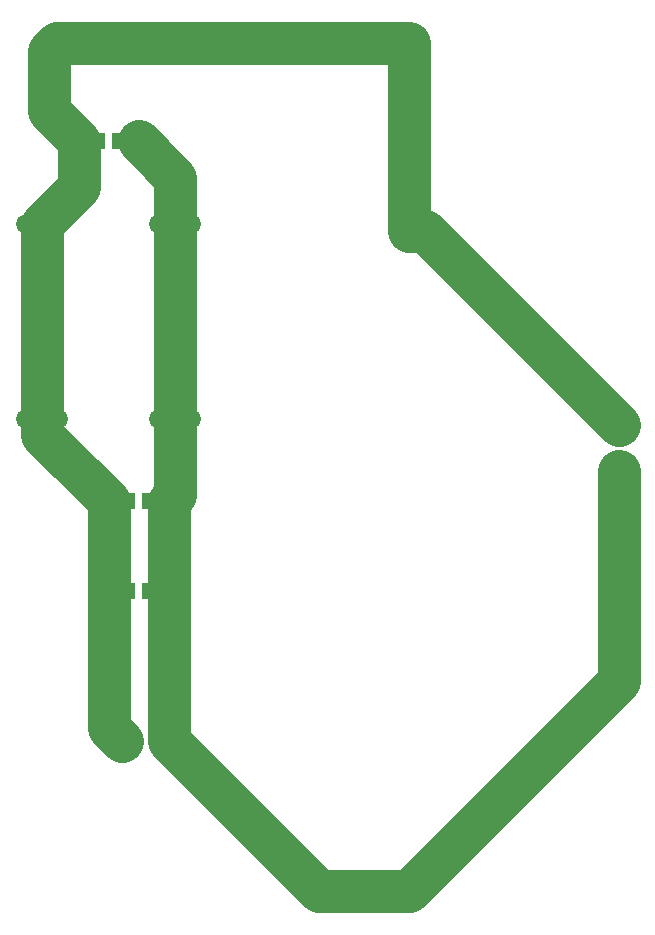
<source format=gbr>
%TF.GenerationSoftware,KiCad,Pcbnew,(6.0.8)*%
%TF.CreationDate,2022-11-04T03:53:52-06:00*%
%TF.ProjectId,CP40B,43503430-422e-46b6-9963-61645f706362,rev?*%
%TF.SameCoordinates,Original*%
%TF.FileFunction,Copper,L1,Top*%
%TF.FilePolarity,Positive*%
%FSLAX46Y46*%
G04 Gerber Fmt 4.6, Leading zero omitted, Abs format (unit mm)*
G04 Created by KiCad (PCBNEW (6.0.8)) date 2022-11-04 03:53:52*
%MOMM*%
%LPD*%
G01*
G04 APERTURE LIST*
G04 Aperture macros list*
%AMRoundRect*
0 Rectangle with rounded corners*
0 $1 Rounding radius*
0 $2 $3 $4 $5 $6 $7 $8 $9 X,Y pos of 4 corners*
0 Add a 4 corners polygon primitive as box body*
4,1,4,$2,$3,$4,$5,$6,$7,$8,$9,$2,$3,0*
0 Add four circle primitives for the rounded corners*
1,1,$1+$1,$2,$3*
1,1,$1+$1,$4,$5*
1,1,$1+$1,$6,$7*
1,1,$1+$1,$8,$9*
0 Add four rect primitives between the rounded corners*
20,1,$1+$1,$2,$3,$4,$5,0*
20,1,$1+$1,$4,$5,$6,$7,0*
20,1,$1+$1,$6,$7,$8,$9,0*
20,1,$1+$1,$8,$9,$2,$3,0*%
G04 Aperture macros list end*
%TA.AperFunction,SMDPad,CuDef*%
%ADD10O,4.450000X1.520000*%
%TD*%
%TA.AperFunction,SMDPad,CuDef*%
%ADD11R,1.100000X1.470000*%
%TD*%
%TA.AperFunction,ComponentPad*%
%ADD12R,1.500000X1.500000*%
%TD*%
%TA.AperFunction,ComponentPad*%
%ADD13C,1.500000*%
%TD*%
%TA.AperFunction,ComponentPad*%
%ADD14RoundRect,0.250001X1.099999X1.099999X-1.099999X1.099999X-1.099999X-1.099999X1.099999X-1.099999X0*%
%TD*%
%TA.AperFunction,ComponentPad*%
%ADD15C,2.700000*%
%TD*%
%TA.AperFunction,ComponentPad*%
%ADD16RoundRect,0.250001X1.099999X-1.099999X1.099999X1.099999X-1.099999X1.099999X-1.099999X-1.099999X0*%
%TD*%
%TA.AperFunction,Conductor*%
%ADD17C,3.600000*%
%TD*%
G04 APERTURE END LIST*
D10*
%TO.P,L1,1,1*%
%TO.N,Net-(C1-Pad2)*%
X163130000Y-97155000D03*
%TO.P,L1,2,2*%
X163130000Y-80645000D03*
%TO.P,L1,3,3*%
%TO.N,Net-(C1-Pad1)*%
X151830000Y-97155000D03*
%TO.P,L1,4,4*%
X151830000Y-80645000D03*
%TD*%
D11*
%TO.P,C2,1*%
%TO.N,Net-(C1-Pad1)*%
X159210000Y-111760000D03*
%TO.P,C2,2*%
%TO.N,Net-(C1-Pad2)*%
X160830000Y-111760000D03*
%TD*%
D12*
%TO.P,C4,1*%
%TO.N,Net-(C1-Pad1)*%
X182880000Y-65350000D03*
D13*
%TO.P,C4,2*%
%TO.N,Net-(C1-Pad2)*%
X182880000Y-137850000D03*
%TD*%
D14*
%TO.P,Power1,1,Pin_1*%
%TO.N,Net-(C1-Pad2)*%
X162560000Y-124460000D03*
D15*
%TO.P,Power1,2,Pin_2*%
%TO.N,Net-(C1-Pad1)*%
X158600000Y-124460000D03*
%TD*%
D16*
%TO.P,Power_Out1,1,Pin_1*%
%TO.N,Net-(C1-Pad2)*%
X200660000Y-101600000D03*
D15*
%TO.P,Power_Out1,2,Pin_2*%
%TO.N,Net-(C1-Pad1)*%
X200660000Y-97640000D03*
%TD*%
D11*
%TO.P,C3,1*%
%TO.N,Net-(C1-Pad1)*%
X159210000Y-104140000D03*
%TO.P,C3,2*%
%TO.N,Net-(C1-Pad2)*%
X160830000Y-104140000D03*
%TD*%
%TO.P,C1,1*%
%TO.N,Net-(C1-Pad1)*%
X156670000Y-73660000D03*
%TO.P,C1,2*%
%TO.N,Net-(C1-Pad2)*%
X158290000Y-73660000D03*
%TD*%
D17*
%TO.N,Net-(C1-Pad2)*%
X162560000Y-104140000D02*
X163130000Y-103570000D01*
X163130000Y-103570000D02*
X163130000Y-97155000D01*
X162560000Y-124460000D02*
X162560000Y-104140000D01*
X200660000Y-101600000D02*
X200660000Y-119380000D01*
%TO.N,Net-(C1-Pad1)*%
X184300000Y-81280000D02*
X200660000Y-97640000D01*
X182880000Y-81280000D02*
X184300000Y-81280000D01*
X157480000Y-104140000D02*
X157480000Y-123340000D01*
X151830000Y-80645000D02*
X151830000Y-97155000D01*
X152400000Y-71120000D02*
X154940000Y-73660000D01*
X154940000Y-77535000D02*
X151830000Y-80645000D01*
X152400000Y-66040000D02*
X152400000Y-71120000D01*
X154940000Y-73660000D02*
X154940000Y-77535000D01*
X151830000Y-98490000D02*
X157480000Y-104140000D01*
X182880000Y-65350000D02*
X182880000Y-81280000D01*
X182880000Y-65350000D02*
X153090000Y-65350000D01*
X153090000Y-65350000D02*
X152400000Y-66040000D01*
X157480000Y-123340000D02*
X158600000Y-124460000D01*
X151830000Y-97155000D02*
X151830000Y-98490000D01*
%TO.N,Net-(C1-Pad2)*%
X182880000Y-137160000D02*
X200660000Y-119380000D01*
X163130000Y-80645000D02*
X163130000Y-97155000D01*
X163130000Y-80645000D02*
X163130000Y-76770000D01*
X175260000Y-137160000D02*
X182880000Y-137160000D01*
X163130000Y-76770000D02*
X160020000Y-73660000D01*
X162560000Y-124460000D02*
X175260000Y-137160000D01*
%TD*%
M02*

</source>
